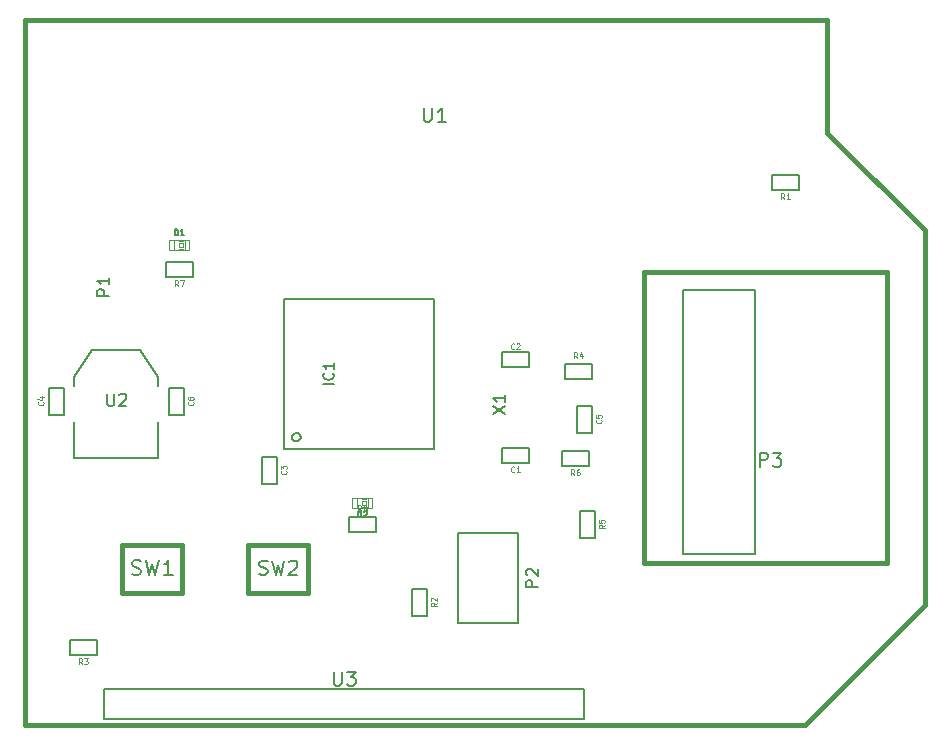
<source format=gto>
G04 (created by PCBNEW-RS274X (2012-01-19 BZR 3256)-stable) date 6/8/2014 1:57:20 PM*
G01*
G70*
G90*
%MOIN*%
G04 Gerber Fmt 3.4, Leading zero omitted, Abs format*
%FSLAX34Y34*%
G04 APERTURE LIST*
%ADD10C,0.006000*%
%ADD11C,0.015000*%
%ADD12C,0.007900*%
%ADD13C,0.008000*%
%ADD14C,0.005000*%
%ADD15C,0.002600*%
%ADD16C,0.004000*%
%ADD17C,0.007100*%
%ADD18C,0.004500*%
G04 APERTURE END LIST*
G54D10*
G54D11*
X73750Y-58500D02*
X65000Y-58500D01*
X77750Y-54500D02*
X73750Y-58500D01*
X47750Y-35000D02*
X48250Y-35000D01*
X47750Y-56250D02*
X47750Y-35000D01*
X65000Y-58500D02*
X47750Y-58500D01*
X77750Y-42000D02*
X77750Y-54500D01*
X74500Y-38750D02*
X77750Y-42000D01*
X74500Y-35000D02*
X74500Y-38750D01*
X48250Y-35000D02*
X74500Y-35000D01*
X47750Y-58500D02*
X47750Y-56250D01*
G54D12*
X72100Y-52600D02*
X72100Y-52800D01*
X69700Y-52800D02*
X72100Y-52800D01*
X69700Y-52800D02*
X69700Y-44000D01*
X69700Y-44000D02*
X72100Y-44000D01*
X72100Y-44000D02*
X72100Y-52700D01*
G54D11*
X76500Y-53100D02*
X76500Y-43400D01*
X76500Y-43400D02*
X68400Y-43400D01*
X68400Y-43400D02*
X68400Y-53100D01*
X68400Y-53100D02*
X76500Y-53100D01*
G54D12*
X56941Y-48900D02*
X56938Y-48927D01*
X56930Y-48953D01*
X56917Y-48978D01*
X56900Y-48999D01*
X56878Y-49016D01*
X56854Y-49029D01*
X56828Y-49038D01*
X56800Y-49040D01*
X56774Y-49038D01*
X56748Y-49030D01*
X56723Y-49017D01*
X56702Y-49000D01*
X56684Y-48979D01*
X56671Y-48955D01*
X56663Y-48929D01*
X56660Y-48901D01*
X56662Y-48875D01*
X56669Y-48849D01*
X56682Y-48824D01*
X56699Y-48803D01*
X56720Y-48785D01*
X56744Y-48771D01*
X56770Y-48763D01*
X56798Y-48760D01*
X56824Y-48762D01*
X56850Y-48769D01*
X56875Y-48781D01*
X56897Y-48798D01*
X56915Y-48819D01*
X56928Y-48843D01*
X56937Y-48869D01*
X56940Y-48897D01*
X56941Y-48900D01*
X56400Y-49300D02*
X61400Y-49300D01*
X61400Y-49300D02*
X61400Y-44300D01*
X61400Y-44300D02*
X56400Y-44300D01*
X56400Y-44300D02*
X56400Y-49300D01*
G54D13*
X49400Y-48400D02*
X49400Y-49600D01*
X49400Y-49600D02*
X52200Y-49600D01*
X52200Y-49600D02*
X52200Y-48400D01*
X49400Y-47200D02*
X49400Y-46900D01*
X49400Y-46900D02*
X50000Y-46000D01*
X50000Y-46000D02*
X51600Y-46000D01*
X51600Y-46000D02*
X52200Y-46900D01*
X52200Y-46900D02*
X52200Y-47200D01*
G54D12*
X66400Y-58200D02*
X66400Y-57300D01*
X66400Y-57300D02*
X50400Y-57300D01*
X50400Y-57300D02*
X50400Y-58300D01*
X50400Y-58300D02*
X66400Y-58300D01*
X66400Y-58300D02*
X66400Y-58200D01*
G54D11*
X55200Y-52500D02*
X57200Y-52500D01*
X57200Y-52500D02*
X57200Y-54100D01*
X57200Y-54100D02*
X55200Y-54100D01*
X55200Y-54100D02*
X55200Y-52500D01*
X51000Y-52500D02*
X53000Y-52500D01*
X53000Y-52500D02*
X53000Y-54100D01*
X53000Y-54100D02*
X51000Y-54100D01*
X51000Y-54100D02*
X51000Y-52500D01*
G54D14*
X63650Y-49250D02*
X64550Y-49250D01*
X64550Y-49250D02*
X64550Y-49750D01*
X64550Y-49750D02*
X63650Y-49750D01*
X63650Y-49750D02*
X63650Y-49250D01*
X64550Y-46550D02*
X63650Y-46550D01*
X63650Y-46550D02*
X63650Y-46050D01*
X63650Y-46050D02*
X64550Y-46050D01*
X64550Y-46050D02*
X64550Y-46550D01*
X52550Y-48150D02*
X52550Y-47250D01*
X52550Y-47250D02*
X53050Y-47250D01*
X53050Y-47250D02*
X53050Y-48150D01*
X53050Y-48150D02*
X52550Y-48150D01*
X56150Y-49550D02*
X56150Y-50450D01*
X56150Y-50450D02*
X55650Y-50450D01*
X55650Y-50450D02*
X55650Y-49550D01*
X55650Y-49550D02*
X56150Y-49550D01*
X48550Y-48150D02*
X48550Y-47250D01*
X48550Y-47250D02*
X49050Y-47250D01*
X49050Y-47250D02*
X49050Y-48150D01*
X49050Y-48150D02*
X48550Y-48150D01*
X66150Y-48750D02*
X66150Y-47850D01*
X66150Y-47850D02*
X66650Y-47850D01*
X66650Y-47850D02*
X66650Y-48750D01*
X66650Y-48750D02*
X66150Y-48750D01*
X66250Y-52250D02*
X66250Y-51350D01*
X66250Y-51350D02*
X66750Y-51350D01*
X66750Y-51350D02*
X66750Y-52250D01*
X66750Y-52250D02*
X66250Y-52250D01*
X59450Y-52050D02*
X58550Y-52050D01*
X58550Y-52050D02*
X58550Y-51550D01*
X58550Y-51550D02*
X59450Y-51550D01*
X59450Y-51550D02*
X59450Y-52050D01*
X53350Y-43550D02*
X52450Y-43550D01*
X52450Y-43550D02*
X52450Y-43050D01*
X52450Y-43050D02*
X53350Y-43050D01*
X53350Y-43050D02*
X53350Y-43550D01*
X65650Y-49350D02*
X66550Y-49350D01*
X66550Y-49350D02*
X66550Y-49850D01*
X66550Y-49850D02*
X65650Y-49850D01*
X65650Y-49850D02*
X65650Y-49350D01*
X65750Y-46450D02*
X66650Y-46450D01*
X66650Y-46450D02*
X66650Y-46950D01*
X66650Y-46950D02*
X65750Y-46950D01*
X65750Y-46950D02*
X65750Y-46450D01*
X49250Y-55650D02*
X50150Y-55650D01*
X50150Y-55650D02*
X50150Y-56150D01*
X50150Y-56150D02*
X49250Y-56150D01*
X49250Y-56150D02*
X49250Y-55650D01*
X61150Y-53950D02*
X61150Y-54850D01*
X61150Y-54850D02*
X60650Y-54850D01*
X60650Y-54850D02*
X60650Y-53950D01*
X60650Y-53950D02*
X61150Y-53950D01*
X72650Y-40150D02*
X73550Y-40150D01*
X73550Y-40150D02*
X73550Y-40650D01*
X73550Y-40650D02*
X72650Y-40650D01*
X72650Y-40650D02*
X72650Y-40150D01*
G54D13*
X62200Y-55100D02*
X62200Y-52100D01*
X64200Y-52100D02*
X64200Y-55100D01*
X64200Y-55100D02*
X62200Y-55100D01*
X62200Y-52100D02*
X64200Y-52100D01*
G54D15*
X59177Y-50923D02*
X59177Y-51277D01*
X59177Y-51277D02*
X59334Y-51277D01*
X59334Y-50923D02*
X59334Y-51277D01*
X59177Y-50923D02*
X59334Y-50923D01*
X58666Y-50923D02*
X58666Y-51277D01*
X58666Y-51277D02*
X58823Y-51277D01*
X58823Y-50923D02*
X58823Y-51277D01*
X58666Y-50923D02*
X58823Y-50923D01*
X59000Y-50923D02*
X59000Y-50982D01*
X59000Y-50982D02*
X59118Y-50982D01*
X59118Y-50923D02*
X59118Y-50982D01*
X59000Y-50923D02*
X59118Y-50923D01*
X59000Y-51218D02*
X59000Y-51277D01*
X59000Y-51277D02*
X59118Y-51277D01*
X59118Y-51218D02*
X59118Y-51277D01*
X59000Y-51218D02*
X59118Y-51218D01*
X59000Y-51041D02*
X59000Y-51159D01*
X59000Y-51159D02*
X59118Y-51159D01*
X59118Y-51041D02*
X59118Y-51159D01*
X59000Y-51041D02*
X59118Y-51041D01*
G54D16*
X59177Y-50943D02*
X58823Y-50943D01*
X59177Y-51257D02*
X58823Y-51257D01*
G54D15*
X53077Y-42323D02*
X53077Y-42677D01*
X53077Y-42677D02*
X53234Y-42677D01*
X53234Y-42323D02*
X53234Y-42677D01*
X53077Y-42323D02*
X53234Y-42323D01*
X52566Y-42323D02*
X52566Y-42677D01*
X52566Y-42677D02*
X52723Y-42677D01*
X52723Y-42323D02*
X52723Y-42677D01*
X52566Y-42323D02*
X52723Y-42323D01*
X52900Y-42323D02*
X52900Y-42382D01*
X52900Y-42382D02*
X53018Y-42382D01*
X53018Y-42323D02*
X53018Y-42382D01*
X52900Y-42323D02*
X53018Y-42323D01*
X52900Y-42618D02*
X52900Y-42677D01*
X52900Y-42677D02*
X53018Y-42677D01*
X53018Y-42618D02*
X53018Y-42677D01*
X52900Y-42618D02*
X53018Y-42618D01*
X52900Y-42441D02*
X52900Y-42559D01*
X52900Y-42559D02*
X53018Y-42559D01*
X53018Y-42441D02*
X53018Y-42559D01*
X52900Y-42441D02*
X53018Y-42441D01*
G54D16*
X53077Y-42343D02*
X52723Y-42343D01*
X53077Y-42657D02*
X52723Y-42657D01*
G54D12*
X72251Y-49891D02*
X72251Y-49419D01*
X72431Y-49419D01*
X72476Y-49442D01*
X72499Y-49464D01*
X72521Y-49509D01*
X72521Y-49576D01*
X72499Y-49621D01*
X72476Y-49644D01*
X72431Y-49666D01*
X72251Y-49666D01*
X72678Y-49419D02*
X72971Y-49419D01*
X72813Y-49599D01*
X72881Y-49599D01*
X72926Y-49621D01*
X72948Y-49644D01*
X72971Y-49689D01*
X72971Y-49801D01*
X72948Y-49846D01*
X72926Y-49869D01*
X72881Y-49891D01*
X72746Y-49891D01*
X72701Y-49869D01*
X72678Y-49846D01*
X58043Y-47146D02*
X57689Y-47146D01*
X58010Y-46774D02*
X58026Y-46791D01*
X58043Y-46842D01*
X58043Y-46876D01*
X58026Y-46926D01*
X57993Y-46960D01*
X57959Y-46977D01*
X57892Y-46994D01*
X57841Y-46994D01*
X57774Y-46977D01*
X57740Y-46960D01*
X57706Y-46926D01*
X57689Y-46876D01*
X57689Y-46842D01*
X57706Y-46791D01*
X57723Y-46774D01*
X58043Y-46437D02*
X58043Y-46640D01*
X58043Y-46538D02*
X57689Y-46538D01*
X57740Y-46572D01*
X57774Y-46606D01*
X57790Y-46640D01*
G54D17*
X50559Y-44190D02*
X50165Y-44190D01*
X50165Y-44040D01*
X50184Y-44003D01*
X50203Y-43984D01*
X50241Y-43965D01*
X50297Y-43965D01*
X50334Y-43984D01*
X50353Y-44003D01*
X50372Y-44040D01*
X50372Y-44190D01*
X50559Y-43590D02*
X50559Y-43815D01*
X50559Y-43702D02*
X50165Y-43702D01*
X50222Y-43740D01*
X50259Y-43777D01*
X50278Y-43815D01*
G54D13*
X50495Y-47462D02*
X50495Y-47786D01*
X50514Y-47824D01*
X50533Y-47843D01*
X50571Y-47862D01*
X50648Y-47862D01*
X50686Y-47843D01*
X50705Y-47824D01*
X50724Y-47786D01*
X50724Y-47462D01*
X50895Y-47500D02*
X50914Y-47481D01*
X50952Y-47462D01*
X51048Y-47462D01*
X51086Y-47481D01*
X51105Y-47500D01*
X51124Y-47538D01*
X51124Y-47576D01*
X51105Y-47633D01*
X50876Y-47862D01*
X51124Y-47862D01*
G54D12*
X58040Y-56719D02*
X58040Y-57101D01*
X58063Y-57146D01*
X58085Y-57169D01*
X58130Y-57191D01*
X58220Y-57191D01*
X58265Y-57169D01*
X58288Y-57146D01*
X58310Y-57101D01*
X58310Y-56719D01*
X58489Y-56719D02*
X58782Y-56719D01*
X58624Y-56899D01*
X58692Y-56899D01*
X58737Y-56921D01*
X58759Y-56944D01*
X58782Y-56989D01*
X58782Y-57101D01*
X58759Y-57146D01*
X58737Y-57169D01*
X58692Y-57191D01*
X58557Y-57191D01*
X58512Y-57169D01*
X58489Y-57146D01*
X61040Y-37919D02*
X61040Y-38301D01*
X61063Y-38346D01*
X61085Y-38369D01*
X61130Y-38391D01*
X61220Y-38391D01*
X61265Y-38369D01*
X61288Y-38346D01*
X61310Y-38301D01*
X61310Y-37919D01*
X61782Y-38391D02*
X61512Y-38391D01*
X61647Y-38391D02*
X61647Y-37919D01*
X61602Y-37986D01*
X61557Y-38031D01*
X61512Y-38054D01*
G54D17*
X63365Y-48119D02*
X63759Y-47856D01*
X63365Y-47856D02*
X63759Y-48119D01*
X63759Y-47500D02*
X63759Y-47725D01*
X63759Y-47612D02*
X63365Y-47612D01*
X63422Y-47650D01*
X63459Y-47687D01*
X63478Y-47725D01*
G54D12*
X55571Y-53469D02*
X55638Y-53491D01*
X55751Y-53491D01*
X55796Y-53469D01*
X55818Y-53446D01*
X55841Y-53401D01*
X55841Y-53356D01*
X55818Y-53311D01*
X55796Y-53289D01*
X55751Y-53266D01*
X55661Y-53244D01*
X55616Y-53221D01*
X55593Y-53199D01*
X55571Y-53154D01*
X55571Y-53109D01*
X55593Y-53064D01*
X55616Y-53042D01*
X55661Y-53019D01*
X55773Y-53019D01*
X55841Y-53042D01*
X55998Y-53019D02*
X56111Y-53491D01*
X56201Y-53154D01*
X56291Y-53491D01*
X56403Y-53019D01*
X56560Y-53064D02*
X56582Y-53042D01*
X56627Y-53019D01*
X56740Y-53019D01*
X56785Y-53042D01*
X56807Y-53064D01*
X56830Y-53109D01*
X56830Y-53154D01*
X56807Y-53221D01*
X56537Y-53491D01*
X56830Y-53491D01*
X51318Y-53483D02*
X51391Y-53507D01*
X51513Y-53507D01*
X51561Y-53483D01*
X51586Y-53458D01*
X51610Y-53410D01*
X51610Y-53361D01*
X51586Y-53312D01*
X51561Y-53288D01*
X51513Y-53263D01*
X51415Y-53239D01*
X51366Y-53215D01*
X51342Y-53190D01*
X51318Y-53142D01*
X51318Y-53093D01*
X51342Y-53044D01*
X51366Y-53020D01*
X51415Y-52995D01*
X51537Y-52995D01*
X51610Y-53020D01*
X51781Y-52995D02*
X51903Y-53507D01*
X52001Y-53142D01*
X52098Y-53507D01*
X52220Y-52995D01*
X52683Y-53507D02*
X52391Y-53507D01*
X52537Y-53507D02*
X52537Y-52995D01*
X52488Y-53068D01*
X52439Y-53117D01*
X52391Y-53142D01*
G54D18*
X64071Y-50062D02*
X64062Y-50071D01*
X64036Y-50081D01*
X64019Y-50081D01*
X63994Y-50071D01*
X63976Y-50052D01*
X63968Y-50033D01*
X63959Y-49995D01*
X63959Y-49967D01*
X63968Y-49929D01*
X63976Y-49910D01*
X63994Y-49890D01*
X64019Y-49881D01*
X64036Y-49881D01*
X64062Y-49890D01*
X64071Y-49900D01*
X64242Y-50081D02*
X64139Y-50081D01*
X64191Y-50081D02*
X64191Y-49881D01*
X64174Y-49910D01*
X64156Y-49929D01*
X64139Y-49938D01*
X64071Y-45962D02*
X64062Y-45971D01*
X64036Y-45981D01*
X64019Y-45981D01*
X63994Y-45971D01*
X63976Y-45952D01*
X63968Y-45933D01*
X63959Y-45895D01*
X63959Y-45867D01*
X63968Y-45829D01*
X63976Y-45810D01*
X63994Y-45790D01*
X64019Y-45781D01*
X64036Y-45781D01*
X64062Y-45790D01*
X64071Y-45800D01*
X64139Y-45800D02*
X64148Y-45790D01*
X64165Y-45781D01*
X64208Y-45781D01*
X64225Y-45790D01*
X64234Y-45800D01*
X64242Y-45819D01*
X64242Y-45838D01*
X64234Y-45867D01*
X64131Y-45981D01*
X64242Y-45981D01*
X53362Y-47729D02*
X53371Y-47738D01*
X53381Y-47764D01*
X53381Y-47781D01*
X53371Y-47806D01*
X53352Y-47824D01*
X53333Y-47832D01*
X53295Y-47841D01*
X53267Y-47841D01*
X53229Y-47832D01*
X53210Y-47824D01*
X53190Y-47806D01*
X53181Y-47781D01*
X53181Y-47764D01*
X53190Y-47738D01*
X53200Y-47729D01*
X53181Y-47575D02*
X53181Y-47609D01*
X53190Y-47626D01*
X53200Y-47635D01*
X53229Y-47652D01*
X53267Y-47661D01*
X53343Y-47661D01*
X53362Y-47652D01*
X53371Y-47644D01*
X53381Y-47626D01*
X53381Y-47592D01*
X53371Y-47575D01*
X53362Y-47566D01*
X53343Y-47558D01*
X53295Y-47558D01*
X53276Y-47566D01*
X53267Y-47575D01*
X53257Y-47592D01*
X53257Y-47626D01*
X53267Y-47644D01*
X53276Y-47652D01*
X53295Y-47661D01*
X56462Y-50029D02*
X56471Y-50038D01*
X56481Y-50064D01*
X56481Y-50081D01*
X56471Y-50106D01*
X56452Y-50124D01*
X56433Y-50132D01*
X56395Y-50141D01*
X56367Y-50141D01*
X56329Y-50132D01*
X56310Y-50124D01*
X56290Y-50106D01*
X56281Y-50081D01*
X56281Y-50064D01*
X56290Y-50038D01*
X56300Y-50029D01*
X56281Y-49969D02*
X56281Y-49858D01*
X56357Y-49918D01*
X56357Y-49892D01*
X56367Y-49875D01*
X56376Y-49866D01*
X56395Y-49858D01*
X56443Y-49858D01*
X56462Y-49866D01*
X56471Y-49875D01*
X56481Y-49892D01*
X56481Y-49944D01*
X56471Y-49961D01*
X56462Y-49969D01*
X48362Y-47729D02*
X48371Y-47738D01*
X48381Y-47764D01*
X48381Y-47781D01*
X48371Y-47806D01*
X48352Y-47824D01*
X48333Y-47832D01*
X48295Y-47841D01*
X48267Y-47841D01*
X48229Y-47832D01*
X48210Y-47824D01*
X48190Y-47806D01*
X48181Y-47781D01*
X48181Y-47764D01*
X48190Y-47738D01*
X48200Y-47729D01*
X48248Y-47575D02*
X48381Y-47575D01*
X48171Y-47618D02*
X48314Y-47661D01*
X48314Y-47549D01*
X66962Y-48329D02*
X66971Y-48338D01*
X66981Y-48364D01*
X66981Y-48381D01*
X66971Y-48406D01*
X66952Y-48424D01*
X66933Y-48432D01*
X66895Y-48441D01*
X66867Y-48441D01*
X66829Y-48432D01*
X66810Y-48424D01*
X66790Y-48406D01*
X66781Y-48381D01*
X66781Y-48364D01*
X66790Y-48338D01*
X66800Y-48329D01*
X66781Y-48166D02*
X66781Y-48252D01*
X66876Y-48261D01*
X66867Y-48252D01*
X66857Y-48235D01*
X66857Y-48192D01*
X66867Y-48175D01*
X66876Y-48166D01*
X66895Y-48158D01*
X66943Y-48158D01*
X66962Y-48166D01*
X66971Y-48175D01*
X66981Y-48192D01*
X66981Y-48235D01*
X66971Y-48252D01*
X66962Y-48261D01*
X67081Y-51829D02*
X66986Y-51889D01*
X67081Y-51932D02*
X66881Y-51932D01*
X66881Y-51864D01*
X66890Y-51846D01*
X66900Y-51838D01*
X66919Y-51829D01*
X66948Y-51829D01*
X66967Y-51838D01*
X66976Y-51846D01*
X66986Y-51864D01*
X66986Y-51932D01*
X66881Y-51666D02*
X66881Y-51752D01*
X66976Y-51761D01*
X66967Y-51752D01*
X66957Y-51735D01*
X66957Y-51692D01*
X66967Y-51675D01*
X66976Y-51666D01*
X66995Y-51658D01*
X67043Y-51658D01*
X67062Y-51666D01*
X67071Y-51675D01*
X67081Y-51692D01*
X67081Y-51735D01*
X67071Y-51752D01*
X67062Y-51761D01*
X58971Y-51381D02*
X58911Y-51286D01*
X58868Y-51381D02*
X58868Y-51181D01*
X58936Y-51181D01*
X58954Y-51190D01*
X58962Y-51200D01*
X58971Y-51219D01*
X58971Y-51248D01*
X58962Y-51267D01*
X58954Y-51276D01*
X58936Y-51286D01*
X58868Y-51286D01*
X59074Y-51267D02*
X59056Y-51257D01*
X59048Y-51248D01*
X59039Y-51229D01*
X59039Y-51219D01*
X59048Y-51200D01*
X59056Y-51190D01*
X59074Y-51181D01*
X59108Y-51181D01*
X59125Y-51190D01*
X59134Y-51200D01*
X59142Y-51219D01*
X59142Y-51229D01*
X59134Y-51248D01*
X59125Y-51257D01*
X59108Y-51267D01*
X59074Y-51267D01*
X59056Y-51276D01*
X59048Y-51286D01*
X59039Y-51305D01*
X59039Y-51343D01*
X59048Y-51362D01*
X59056Y-51371D01*
X59074Y-51381D01*
X59108Y-51381D01*
X59125Y-51371D01*
X59134Y-51362D01*
X59142Y-51343D01*
X59142Y-51305D01*
X59134Y-51286D01*
X59125Y-51276D01*
X59108Y-51267D01*
X52871Y-43881D02*
X52811Y-43786D01*
X52768Y-43881D02*
X52768Y-43681D01*
X52836Y-43681D01*
X52854Y-43690D01*
X52862Y-43700D01*
X52871Y-43719D01*
X52871Y-43748D01*
X52862Y-43767D01*
X52854Y-43776D01*
X52836Y-43786D01*
X52768Y-43786D01*
X52931Y-43681D02*
X53051Y-43681D01*
X52974Y-43881D01*
X66071Y-50181D02*
X66011Y-50086D01*
X65968Y-50181D02*
X65968Y-49981D01*
X66036Y-49981D01*
X66054Y-49990D01*
X66062Y-50000D01*
X66071Y-50019D01*
X66071Y-50048D01*
X66062Y-50067D01*
X66054Y-50076D01*
X66036Y-50086D01*
X65968Y-50086D01*
X66225Y-49981D02*
X66191Y-49981D01*
X66174Y-49990D01*
X66165Y-50000D01*
X66148Y-50029D01*
X66139Y-50067D01*
X66139Y-50143D01*
X66148Y-50162D01*
X66156Y-50171D01*
X66174Y-50181D01*
X66208Y-50181D01*
X66225Y-50171D01*
X66234Y-50162D01*
X66242Y-50143D01*
X66242Y-50095D01*
X66234Y-50076D01*
X66225Y-50067D01*
X66208Y-50057D01*
X66174Y-50057D01*
X66156Y-50067D01*
X66148Y-50076D01*
X66139Y-50095D01*
X66171Y-46281D02*
X66111Y-46186D01*
X66068Y-46281D02*
X66068Y-46081D01*
X66136Y-46081D01*
X66154Y-46090D01*
X66162Y-46100D01*
X66171Y-46119D01*
X66171Y-46148D01*
X66162Y-46167D01*
X66154Y-46176D01*
X66136Y-46186D01*
X66068Y-46186D01*
X66325Y-46148D02*
X66325Y-46281D01*
X66282Y-46071D02*
X66239Y-46214D01*
X66351Y-46214D01*
X49671Y-56481D02*
X49611Y-56386D01*
X49568Y-56481D02*
X49568Y-56281D01*
X49636Y-56281D01*
X49654Y-56290D01*
X49662Y-56300D01*
X49671Y-56319D01*
X49671Y-56348D01*
X49662Y-56367D01*
X49654Y-56376D01*
X49636Y-56386D01*
X49568Y-56386D01*
X49731Y-56281D02*
X49842Y-56281D01*
X49782Y-56357D01*
X49808Y-56357D01*
X49825Y-56367D01*
X49834Y-56376D01*
X49842Y-56395D01*
X49842Y-56443D01*
X49834Y-56462D01*
X49825Y-56471D01*
X49808Y-56481D01*
X49756Y-56481D01*
X49739Y-56471D01*
X49731Y-56462D01*
X61481Y-54429D02*
X61386Y-54489D01*
X61481Y-54532D02*
X61281Y-54532D01*
X61281Y-54464D01*
X61290Y-54446D01*
X61300Y-54438D01*
X61319Y-54429D01*
X61348Y-54429D01*
X61367Y-54438D01*
X61376Y-54446D01*
X61386Y-54464D01*
X61386Y-54532D01*
X61300Y-54361D02*
X61290Y-54352D01*
X61281Y-54335D01*
X61281Y-54292D01*
X61290Y-54275D01*
X61300Y-54266D01*
X61319Y-54258D01*
X61338Y-54258D01*
X61367Y-54266D01*
X61481Y-54369D01*
X61481Y-54258D01*
X73071Y-40981D02*
X73011Y-40886D01*
X72968Y-40981D02*
X72968Y-40781D01*
X73036Y-40781D01*
X73054Y-40790D01*
X73062Y-40800D01*
X73071Y-40819D01*
X73071Y-40848D01*
X73062Y-40867D01*
X73054Y-40876D01*
X73036Y-40886D01*
X72968Y-40886D01*
X73242Y-40981D02*
X73139Y-40981D01*
X73191Y-40981D02*
X73191Y-40781D01*
X73174Y-40810D01*
X73156Y-40829D01*
X73139Y-40838D01*
G54D13*
X64862Y-53895D02*
X64462Y-53895D01*
X64462Y-53742D01*
X64481Y-53704D01*
X64500Y-53685D01*
X64538Y-53666D01*
X64595Y-53666D01*
X64633Y-53685D01*
X64652Y-53704D01*
X64671Y-53742D01*
X64671Y-53895D01*
X64500Y-53514D02*
X64481Y-53495D01*
X64462Y-53457D01*
X64462Y-53361D01*
X64481Y-53323D01*
X64500Y-53304D01*
X64538Y-53285D01*
X64576Y-53285D01*
X64633Y-53304D01*
X64862Y-53533D01*
X64862Y-53285D01*
G54D14*
X58853Y-51581D02*
X58853Y-51381D01*
X58900Y-51381D01*
X58929Y-51390D01*
X58948Y-51410D01*
X58957Y-51429D01*
X58967Y-51467D01*
X58967Y-51495D01*
X58957Y-51533D01*
X58948Y-51552D01*
X58929Y-51571D01*
X58900Y-51581D01*
X58853Y-51581D01*
X59043Y-51400D02*
X59053Y-51390D01*
X59072Y-51381D01*
X59119Y-51381D01*
X59138Y-51390D01*
X59148Y-51400D01*
X59157Y-51419D01*
X59157Y-51438D01*
X59148Y-51467D01*
X59034Y-51581D01*
X59157Y-51581D01*
X52753Y-42181D02*
X52753Y-41981D01*
X52800Y-41981D01*
X52829Y-41990D01*
X52848Y-42010D01*
X52857Y-42029D01*
X52867Y-42067D01*
X52867Y-42095D01*
X52857Y-42133D01*
X52848Y-42152D01*
X52829Y-42171D01*
X52800Y-42181D01*
X52753Y-42181D01*
X53057Y-42181D02*
X52943Y-42181D01*
X53000Y-42181D02*
X53000Y-41981D01*
X52981Y-42010D01*
X52962Y-42029D01*
X52943Y-42038D01*
M02*

</source>
